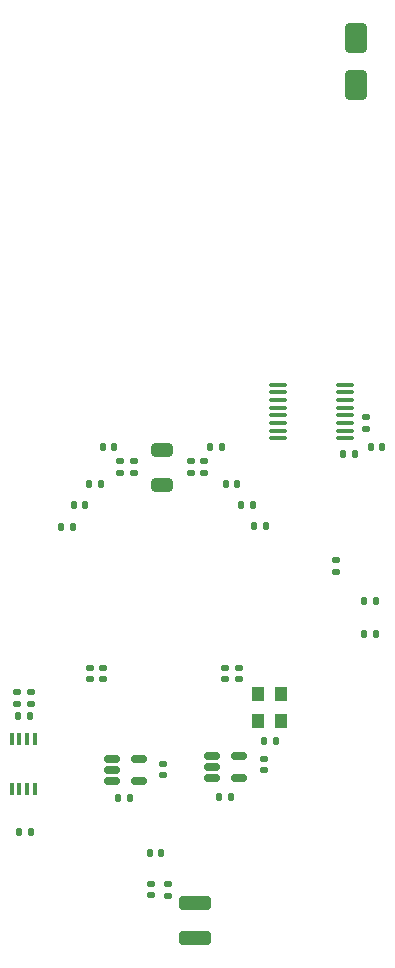
<source format=gtp>
G04 #@! TF.GenerationSoftware,KiCad,Pcbnew,8.0.4*
G04 #@! TF.CreationDate,2024-12-28T01:26:09+01:00*
G04 #@! TF.ProjectId,nerdaxe-gamma,6e657264-6178-4652-9d67-616d6d612e6b,rev?*
G04 #@! TF.SameCoordinates,Original*
G04 #@! TF.FileFunction,Paste,Top*
G04 #@! TF.FilePolarity,Positive*
%FSLAX46Y46*%
G04 Gerber Fmt 4.6, Leading zero omitted, Abs format (unit mm)*
G04 Created by KiCad (PCBNEW 8.0.4) date 2024-12-28 01:26:09*
%MOMM*%
%LPD*%
G01*
G04 APERTURE LIST*
G04 Aperture macros list*
%AMRoundRect*
0 Rectangle with rounded corners*
0 $1 Rounding radius*
0 $2 $3 $4 $5 $6 $7 $8 $9 X,Y pos of 4 corners*
0 Add a 4 corners polygon primitive as box body*
4,1,4,$2,$3,$4,$5,$6,$7,$8,$9,$2,$3,0*
0 Add four circle primitives for the rounded corners*
1,1,$1+$1,$2,$3*
1,1,$1+$1,$4,$5*
1,1,$1+$1,$6,$7*
1,1,$1+$1,$8,$9*
0 Add four rect primitives between the rounded corners*
20,1,$1+$1,$2,$3,$4,$5,0*
20,1,$1+$1,$4,$5,$6,$7,0*
20,1,$1+$1,$6,$7,$8,$9,0*
20,1,$1+$1,$8,$9,$2,$3,0*%
G04 Aperture macros list end*
%ADD10RoundRect,0.250000X-0.650000X1.000000X-0.650000X-1.000000X0.650000X-1.000000X0.650000X1.000000X0*%
%ADD11RoundRect,0.135000X0.135000X0.185000X-0.135000X0.185000X-0.135000X-0.185000X0.135000X-0.185000X0*%
%ADD12RoundRect,0.250000X-1.100000X0.325000X-1.100000X-0.325000X1.100000X-0.325000X1.100000X0.325000X0*%
%ADD13RoundRect,0.140000X0.140000X0.170000X-0.140000X0.170000X-0.140000X-0.170000X0.140000X-0.170000X0*%
%ADD14RoundRect,0.140000X0.170000X-0.140000X0.170000X0.140000X-0.170000X0.140000X-0.170000X-0.140000X0*%
%ADD15RoundRect,0.140000X-0.170000X0.140000X-0.170000X-0.140000X0.170000X-0.140000X0.170000X0.140000X0*%
%ADD16RoundRect,0.135000X-0.185000X0.135000X-0.185000X-0.135000X0.185000X-0.135000X0.185000X0.135000X0*%
%ADD17RoundRect,0.150000X-0.512500X-0.150000X0.512500X-0.150000X0.512500X0.150000X-0.512500X0.150000X0*%
%ADD18R,1.100000X1.300000*%
%ADD19RoundRect,0.140000X-0.140000X-0.170000X0.140000X-0.170000X0.140000X0.170000X-0.140000X0.170000X0*%
%ADD20RoundRect,0.250000X-0.650000X0.325000X-0.650000X-0.325000X0.650000X-0.325000X0.650000X0.325000X0*%
%ADD21RoundRect,0.135000X0.185000X-0.135000X0.185000X0.135000X-0.185000X0.135000X-0.185000X-0.135000X0*%
%ADD22R,0.400000X1.100000*%
%ADD23RoundRect,0.100000X-0.637500X-0.100000X0.637500X-0.100000X0.637500X0.100000X-0.637500X0.100000X0*%
%ADD24RoundRect,0.135000X-0.135000X-0.185000X0.135000X-0.185000X0.135000X0.185000X-0.135000X0.185000X0*%
G04 APERTURE END LIST*
D10*
X122047000Y-68517000D03*
X122047000Y-72517000D03*
D11*
X122010000Y-103710000D03*
X120990000Y-103710000D03*
D12*
X108458000Y-141781000D03*
X108458000Y-144731000D03*
D13*
X101570000Y-103154000D03*
X100610000Y-103154000D03*
D14*
X100655438Y-122810000D03*
X100655438Y-121850000D03*
D15*
X108072400Y-104360000D03*
X108072400Y-105320000D03*
D16*
X94520000Y-123850000D03*
X94520000Y-124870000D03*
D13*
X99161000Y-108024000D03*
X98201000Y-108024000D03*
D15*
X102110000Y-104360000D03*
X102110000Y-105320000D03*
D17*
X101392500Y-129520000D03*
X101392500Y-130470000D03*
X101392500Y-131420000D03*
X103667500Y-131420000D03*
X103667500Y-129520000D03*
D14*
X99525438Y-122820000D03*
X99525438Y-121860000D03*
X112140000Y-122790000D03*
X112140000Y-121830000D03*
D18*
X115680000Y-126370000D03*
X115680000Y-124070000D03*
X113780000Y-124070000D03*
X113780000Y-126370000D03*
D19*
X101940000Y-132840000D03*
X102900000Y-132840000D03*
D13*
X115270000Y-128010000D03*
X114310000Y-128010000D03*
D11*
X123720000Y-118980000D03*
X122700000Y-118980000D03*
D20*
X105670000Y-103375000D03*
X105670000Y-106325000D03*
D21*
X106174000Y-141148000D03*
X106174000Y-140128000D03*
D22*
X94870000Y-127840000D03*
X94220000Y-127840000D03*
X93570000Y-127840000D03*
X92920000Y-127840000D03*
X92920000Y-132140000D03*
X93570000Y-132140000D03*
X94220000Y-132140000D03*
X94870000Y-132140000D03*
D17*
X109843500Y-129279000D03*
X109843500Y-130229000D03*
X109843500Y-131179000D03*
X112118500Y-131179000D03*
X112118500Y-129279000D03*
D15*
X122930000Y-100640000D03*
X122930000Y-101600000D03*
X103240000Y-104360000D03*
X103240000Y-105320000D03*
D16*
X120380000Y-112750000D03*
X120380000Y-113770000D03*
D15*
X104734000Y-140138000D03*
X104734000Y-141098000D03*
D13*
X98090000Y-109925000D03*
X97130000Y-109925000D03*
X114410000Y-109860000D03*
X113450000Y-109860000D03*
D23*
X115427500Y-97855000D03*
X115427500Y-98505000D03*
X115427500Y-99155000D03*
X115427500Y-99805000D03*
X115427500Y-100455000D03*
X115427500Y-101105000D03*
X115427500Y-101755000D03*
X115427500Y-102405000D03*
X121152500Y-102405000D03*
X121152500Y-101755000D03*
X121152500Y-101105000D03*
X121152500Y-100455000D03*
X121152500Y-99805000D03*
X121152500Y-99155000D03*
X121152500Y-98505000D03*
X121152500Y-97855000D03*
D24*
X93560000Y-135710000D03*
X94580000Y-135710000D03*
D13*
X112010000Y-106266000D03*
X111050000Y-106266000D03*
D21*
X93380000Y-124870000D03*
X93380000Y-123850000D03*
D19*
X110481000Y-132739000D03*
X111441000Y-132739000D03*
D13*
X124270000Y-103110000D03*
X123310000Y-103110000D03*
D14*
X111000000Y-122790000D03*
X111000000Y-121830000D03*
D15*
X109190000Y-104360000D03*
X109190000Y-105320000D03*
D11*
X123720000Y-116220000D03*
X122700000Y-116220000D03*
D13*
X110695000Y-103146000D03*
X109735000Y-103146000D03*
X94440000Y-125940000D03*
X93480000Y-125940000D03*
X113310000Y-108026000D03*
X112350000Y-108026000D03*
X105574000Y-137528000D03*
X104614000Y-137528000D03*
D15*
X114240000Y-129540000D03*
X114240000Y-130500000D03*
D13*
X100441000Y-106284000D03*
X99481000Y-106284000D03*
D15*
X105750000Y-129990000D03*
X105750000Y-130950000D03*
M02*

</source>
